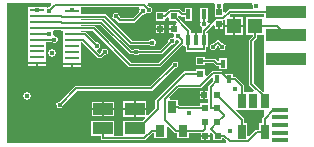
<source format=gbl>
G04 ================== begin FILE IDENTIFICATION RECORD ==================*
G04 Layout Name:  C:/USERS/MSAHADAT3/DROPBOX/GATECH/ETDS_PCB/allegro/ETDS_CHIP_AN.brd*
G04 Film Name:    BOTTOM*
G04 File Format:  Gerber RS274X*
G04 File Origin:  Cadence Allegro 16.6-P004*
G04 Origin Date:  Thu Sep 11 12:01:08 2014*
G04 *
G04 Layer:  VIA CLASS/BOTTOM*
G04 Layer:  PIN/BOTTOM*
G04 Layer:  ETCH/BOTTOM*
G04 *
G04 Offset:    (0.00 0.00)*
G04 Mirror:    No*
G04 Mode:      Positive*
G04 Rotation:  0*
G04 FullContactRelief:  No*
G04 UndefLineWidth:     5.00*
G04 ================== end FILE IDENTIFICATION RECORD ====================*
%FSLAX25Y25*MOIN*%
%IR0*IPPOS*OFA0.00000B0.00000*MIA0B0*SFA1.00000B1.00000*%
%ADD10C,.015*%
%ADD21R,.138X.03937*%
%ADD11R,.05X.01*%
%ADD19R,.05X.05*%
%ADD13R,.0315X.04*%
%ADD16R,.016X.036*%
%ADD20R,.054X.018*%
%ADD14R,.019X.019*%
%ADD17R,.025X.049*%
%ADD15R,.019X.019*%
%ADD18R,.01574X.025*%
%ADD12R,.06693X.04134*%
%ADD22C,.005*%
%ADD23C,.02504*%
%ADD25R,.02904X.02904*%
%ADD24R,.07696X.05138*%
G75*
%LPD*%
G75*
G36*
G01X750901Y1656901D02*
Y1703599D01*
X765271D01*
G02X765553Y1702916I0J-400D01*
G01X765080Y1702442D01*
X764989Y1702449D01*
G03X764126Y1702184I-89J-1249D01*
G02X763802Y1702341I-124J157D01*
G01Y1702368D01*
X761551D01*
G03X760049I-751J-1002D01*
G01X757798D01*
Y1682643D01*
X763802D01*
Y1690770D01*
X765499D01*
G03X766516Y1692773I1001J751D01*
G02X766129Y1693250I5J400D01*
G03X765988Y1694110I-1229J240D01*
G02X766335Y1694708I348J198D01*
G01X768639D01*
X768839Y1694508D01*
X769398D01*
Y1682443D01*
X775402D01*
Y1690570D01*
X775789D01*
X780990Y1685368D01*
X782231D01*
X783120Y1686258D01*
X783211Y1686251D01*
G03X782051Y1687411I89J1249D01*
G01X782058Y1687320D01*
X781610Y1686873D01*
X780835Y1687649D01*
G02X780993Y1688311I283J282D01*
G03X780511Y1690749I-392J1189D01*
G01X780420Y1690742D01*
X777121Y1694042D01*
X775402D01*
Y1694508D01*
X779280D01*
X791439Y1682348D01*
X801961D01*
X809224Y1689611D01*
G02X809907Y1689329I283J-282D01*
G01Y1688998D01*
X810458D01*
Y1687548D01*
X817078D01*
Y1688998D01*
X817629D01*
Y1693602D01*
X817078D01*
Y1694177D01*
X819266Y1696364D01*
G02X819948Y1696081I282J-283D01*
G01Y1695148D01*
X822852D01*
Y1697948D01*
X823348D01*
Y1693048D01*
X829352D01*
Y1699052D01*
X825180D01*
G02X824897Y1699734I0J400D01*
G01X825263Y1700100D01*
X836300D01*
Y1699052D01*
X830398D01*
Y1693048D01*
X832648D01*
Y1692661D01*
X831460Y1691473D01*
Y1676357D01*
X833082Y1674735D01*
G02X832800Y1674052I-282J-283D01*
G01X829852D01*
Y1676332D01*
X827038Y1679146D01*
X826028D01*
Y1680146D01*
X823552D01*
X822552Y1681146D01*
X818956D01*
X817334Y1679524D01*
G02X816652Y1679807I-282J283D01*
G01Y1681652D01*
X813748D01*
Y1680952D01*
X809853D01*
X800194Y1671293D01*
Y1668574D01*
X797856Y1666236D01*
G02X797173Y1666518I-283J282D01*
G01Y1670986D01*
X789477D01*
Y1665848D01*
X796503D01*
G02X796786Y1665166I0J-400D01*
G01X796110Y1664490D01*
X789477D01*
Y1659406D01*
X786543D01*
Y1664490D01*
X778847D01*
Y1659352D01*
X781944D01*
Y1657902D01*
X796868D01*
X799376Y1660410D01*
X799764D01*
Y1658660D01*
X803916D01*
Y1662132D01*
G02X804599Y1662415I400J0D01*
G01X806604Y1660410D01*
X807244D01*
Y1658660D01*
X811396D01*
Y1660410D01*
X815348D01*
Y1657948D01*
X818252D01*
Y1660120D01*
G02X818934Y1660403I400J0D01*
G01X819548Y1659789D01*
Y1657948D01*
X822452D01*
Y1658648D01*
X822839D01*
X823903Y1657584D01*
G02X823621Y1656901I-282J-283D01*
G01X750901D01*
G37*
G36*
G01X792061Y1683852D02*
X779902Y1696010D01*
X775402D01*
Y1696476D01*
X781811D01*
X791639Y1686648D01*
X792899D01*
G03X794901I1001J752D01*
G01X802404D01*
X805420Y1689665D01*
X805511Y1689658D01*
G03X806840Y1691083I89J1249D01*
G02X807324Y1691529I396J56D01*
G03X807689Y1691501I277J1221D01*
G01X807780Y1691508D01*
X808228Y1691059D01*
Y1690741D01*
X801339Y1683852D01*
X792061D01*
G37*
G36*
G01X792261Y1688152D02*
X782433Y1697980D01*
X775402D01*
Y1698446D01*
X783143D01*
X791890Y1689698D01*
X798149D01*
G03Y1691202I1001J752D01*
G01X792512D01*
X783765Y1699948D01*
X775402D01*
Y1702248D01*
X794647D01*
G02X794974Y1701619I0J-400D01*
G03X794751Y1700812I1026J-718D01*
G01X794758Y1700721D01*
X792709Y1698672D01*
X788690D01*
X788242Y1699120D01*
X788249Y1699211D01*
G03X787089Y1698051I-1249J89D01*
G01X787180Y1698058D01*
X788068Y1697170D01*
X793331D01*
X795820Y1699659D01*
X795911Y1699652D01*
G03X797076Y1700260I89J1249D01*
G02X797351Y1700329I172J-102D01*
G03X797911Y1702649I649J1071D01*
G01X797820Y1702642D01*
X797547Y1702916D01*
G02X797829Y1703599I282J283D01*
G01X819825D01*
G02X820206Y1703078I0J-400D01*
G03X820149Y1702663I1194J-375D01*
G02X819948Y1702305I-400J-11D01*
G01Y1699172D01*
X817978Y1697202D01*
G02X817357Y1697270I-283J283D01*
G03X817346Y1697289I-1089J-618D01*
G02X817513Y1697598I167J109D01*
G01X817628D01*
Y1702202D01*
X815026D01*
Y1697598D01*
X815087D01*
G02X815254Y1697289I0J-200D01*
G03X815630Y1695543I1046J-688D01*
G02X815698Y1694922I-215J-338D01*
G01X815576Y1694799D01*
Y1693602D01*
X811960D01*
Y1694702D01*
X807752Y1698911D01*
Y1699329D01*
G02X808434Y1699612I400J0D01*
G01X808898Y1699148D01*
X809908D01*
Y1697598D01*
X812510D01*
Y1702202D01*
X809908D01*
Y1700652D01*
X809520D01*
X808420Y1701752D01*
X804728D01*
X803598Y1700622D01*
X803352Y1700724D01*
Y1700752D01*
X800448D01*
Y1697848D01*
X803352D01*
Y1698548D01*
X803650D01*
X804166Y1699064D01*
G02X804849Y1698781I283J-283D01*
G01Y1697848D01*
X806689D01*
X807303Y1697234D01*
G02X807020Y1696551I-283J-283D01*
G01X804848D01*
Y1693648D01*
X806025D01*
G02X806406Y1693128I0J-400D01*
G03X806360Y1692574I1194J-378D01*
G02X805876Y1692128I-396J-56D01*
G03X804351Y1690818I-276J-1221D01*
G01X804358Y1690727D01*
X801782Y1688152D01*
X794901D01*
G03X792899I-1001J-752D01*
G01X792261D01*
G37*
G36*
G01X808452Y1669552D02*
X808216Y1669788D01*
X807656D01*
Y1671538D01*
X805135D01*
G02X804852Y1672220I0J400D01*
G01X808030Y1675398D01*
X815334D01*
X818833Y1678897D01*
G02X819516Y1678614I283J-283D01*
G01Y1677705D01*
X817898Y1676088D01*
Y1674552D01*
X815048D01*
Y1671648D01*
X817898D01*
Y1670252D01*
X815148D01*
Y1669552D01*
X808452D01*
G37*
G36*
G01X831534Y1659267D02*
G02X830852Y1659550I-282J283D01*
G01Y1663752D01*
X829852D01*
Y1665011D01*
X826924Y1667939D01*
X827089Y1668105D01*
X827120Y1668120D01*
G03X827132Y1668126I-173J360D01*
G01X827176Y1668148D01*
X836300D01*
Y1665983D01*
X835828Y1665511D01*
Y1663752D01*
X834828D01*
Y1661552D01*
X833819D01*
X831534Y1659267D01*
G37*
G36*
G01X835891Y1674052D02*
X832964Y1676979D01*
Y1690851D01*
X834152Y1692039D01*
Y1693048D01*
X836300D01*
Y1674052D01*
X835891D01*
G37*
G36*
G01X822851Y1700780D02*
Y1702305D01*
G02X822651Y1702663I200J347D01*
G03X822594Y1703078I-1251J40D01*
G02X822975Y1703599I381J121D01*
G01X832247D01*
G02X832635Y1703102I0J-400D01*
G03X832753Y1702196I1215J-302D01*
G02X832403Y1701604I-350J-192D01*
G01X824641D01*
X823534Y1700497D01*
G02X822851Y1700780I-283J283D01*
G37*
%LPC*%
G75*
G36*
G01X819589Y1690349D02*
X819680Y1690342D01*
X820569Y1691232D01*
X821431D01*
X822320Y1690342D01*
X822411Y1690349D01*
G02X821251Y1689189I89J-1249D01*
G01X821258Y1689280D01*
X821000Y1689537D01*
X820742Y1689280D01*
X820749Y1689189D01*
G02X819589Y1690349I-1249J-89D01*
G37*
G36*
G01X824060Y1685264D02*
Y1681760D01*
X821484D01*
Y1682760D01*
X820474D01*
X819586Y1683648D01*
X816652D01*
Y1682948D01*
X813748D01*
Y1685852D01*
X816652D01*
Y1685152D01*
X820208D01*
X821096Y1684264D01*
X821484D01*
Y1685264D01*
X824060D01*
G37*
G36*
G01X799211Y1674548D02*
X774211D01*
X769542Y1669880D01*
X769549Y1669789D01*
G02X768389Y1670949I-1249J-89D01*
G01X768480Y1670942D01*
X773589Y1676052D01*
X798589D01*
X805458Y1682920D01*
X805451Y1683011D01*
G02X806611Y1681851I1249J89D01*
G01X806520Y1681858D01*
X799211Y1674548D01*
G37*
G54D23*
X757250Y1672600D03*
X765750Y1687150D03*
G54D25*
X801900Y1695100D03*
G54D24*
X782695Y1668417D03*
%LPD*%
G75*
G54D10*
X752151Y1660000D03*
Y1664550D03*
Y1668650D03*
X752350Y1700650D03*
X752200Y1697150D03*
X755800Y1702349D03*
X772200Y1658151D03*
X767400D03*
X761950D03*
X756600Y1658250D03*
X756800Y1664350D03*
X757250Y1672600D03*
X768300Y1669700D03*
X765750Y1687150D03*
X764900Y1693490D03*
X766500Y1691521D03*
X760800Y1701366D03*
X764900Y1701200D03*
X776350Y1658151D03*
X787500Y1667000D03*
X781900Y1678050D03*
X781750Y1673150D03*
X780600Y1689500D03*
X783300Y1687500D03*
X787000Y1699300D03*
X772350Y1701302D03*
X798650Y1658151D03*
X794500Y1679500D03*
X800000Y1685000D03*
X793900Y1687400D03*
X799150Y1690450D03*
X796000Y1700901D03*
X801550Y1702400D03*
X798000Y1701400D03*
X811350Y1667050D03*
X811850Y1670650D03*
X806700Y1683100D03*
X816300Y1696600D03*
X805600Y1690907D03*
X807600Y1692750D03*
X825200Y1661150D03*
X832200Y1661200D03*
X826900Y1674900D03*
X832750Y1671300D03*
X833900Y1679550D03*
X826850Y1694850D03*
X819500Y1689100D03*
X822500D03*
X821400Y1702700D03*
X833850Y1702800D03*
X830750D03*
X841850Y1657920D03*
G54D20*
D03*
Y1660480D03*
Y1663040D03*
Y1665600D03*
Y1668160D03*
G54D11*
X760800Y1683645D03*
X772400Y1683445D03*
X760800Y1685614D03*
Y1687583D03*
Y1689552D03*
Y1691521D03*
Y1693490D03*
Y1695459D03*
Y1697428D03*
Y1699397D03*
X772400Y1685414D03*
Y1687383D03*
Y1689352D03*
Y1691321D03*
Y1693290D03*
Y1695259D03*
Y1697228D03*
Y1699197D03*
X760800Y1701366D03*
X772400Y1701166D03*
G54D12*
X782695Y1668417D03*
Y1661921D03*
X793325Y1668417D03*
Y1661921D03*
G54D21*
X843900Y1685104D03*
Y1692978D03*
Y1700852D03*
G54D22*
G01X760800Y1682443D02*
Y1683645D01*
G01X757598D02*
X760800D01*
G01D02*
X764002D01*
G01X769198Y1683445D02*
X772400D01*
G01X806700Y1683100D02*
X798900Y1675300D01*
X773900D01*
X768300Y1669700D01*
G01X772400Y1697228D02*
X769150D01*
X768950Y1697428D01*
X760800D01*
G01Y1693490D02*
X764900D01*
G01X772400Y1695259D02*
X769150D01*
X768950Y1695459D01*
X760800D01*
G01X772400Y1699197D02*
X769150D01*
X768950Y1699397D01*
X760800D01*
G01Y1691521D02*
X766500D01*
G01X798000Y1701400D02*
X796400Y1703000D01*
X766700D01*
X764900Y1701200D01*
G01X782695Y1665648D02*
Y1668417D01*
G01D02*
Y1671186D01*
G01X778646Y1668417D02*
X782695D01*
G01D02*
X786744D01*
G01X782695Y1661921D02*
Y1658654D01*
X796557D01*
X799065Y1661162D01*
X801840D01*
G01X772400Y1682243D02*
Y1683445D01*
G01D02*
X775602D01*
G01X793900Y1687400D02*
X791950D01*
X782122Y1697228D01*
X772400D01*
G01X807600Y1692750D02*
X808980Y1691370D01*
Y1690430D01*
X801650Y1683100D01*
X791750D01*
X779591Y1695259D01*
X772400D01*
G01X780600Y1689500D02*
X776810Y1693290D01*
X772400D01*
G01X799150Y1690450D02*
X792201D01*
X783454Y1699197D01*
X772400D01*
G01X783300Y1687500D02*
X781920Y1686120D01*
X781301D01*
X776100Y1691321D01*
X772400D01*
G01X796000Y1700901D02*
X793020Y1697921D01*
X788379D01*
X787000Y1699300D01*
G01X772350Y1701302D02*
Y1701216D01*
X772400Y1701166D01*
G01X793325Y1665648D02*
Y1668417D01*
G01D02*
Y1671186D01*
G01X789276Y1668417D02*
X793325D01*
G01D02*
X797374D01*
G01X793325Y1661921D02*
X794604D01*
X800946Y1668263D01*
Y1670982D01*
X810164Y1680200D01*
X815200D01*
G01X801900Y1693448D02*
Y1695100D01*
G01D02*
Y1696752D01*
G01X800248Y1695100D02*
X801900D01*
G01D02*
X803552D01*
G01X811209Y1699900D02*
X809209D01*
X808109Y1701000D01*
X805039D01*
X803339Y1699300D01*
X801900D01*
G01X805600Y1690907D02*
X802093Y1687400D01*
X793900D01*
G01X821000Y1659400D02*
X818749Y1661651D01*
Y1661849D01*
X820900Y1664000D01*
G01X816800Y1657748D02*
Y1659400D01*
G01X815148D02*
X816800D01*
G01D02*
X818452D01*
G01X809320Y1661162D02*
X816012D01*
X816700Y1661850D01*
Y1664000D01*
G01X824740Y1678394D02*
X824241D01*
X822241Y1680394D01*
X819267D01*
X815023Y1676150D01*
X807719D01*
X803255Y1671686D01*
Y1664822D01*
X806915Y1661162D01*
X809320D01*
G01X820804Y1678394D02*
Y1677931D01*
X818650Y1675777D01*
Y1668800D01*
X820800D01*
G01X816500Y1671448D02*
Y1673100D01*
G01D02*
Y1674752D01*
G01X814848Y1673100D02*
X816500D01*
G01X805580Y1669036D02*
X807905D01*
X808141Y1668800D01*
X816600D01*
G01X822772Y1683512D02*
X820785D01*
X819897Y1684400D01*
X815200D01*
G01X843900Y1700852D02*
X824952D01*
X822800Y1698700D01*
X820539D01*
X816327Y1694488D01*
Y1691300D01*
G01X811209D02*
Y1694391D01*
X806300Y1699300D01*
G01X816327Y1691300D02*
Y1688300D01*
X811209D01*
Y1691300D01*
G01X816300Y1696600D02*
X816327Y1696627D01*
Y1699900D01*
G01X813768Y1695332D02*
Y1691300D01*
G01X806300Y1695100D02*
Y1696752D01*
G01X804648Y1695100D02*
X806300D01*
G01X821000Y1659400D02*
X823150D01*
X824950Y1657600D01*
X830930D01*
X834130Y1660800D01*
X836580D01*
G01X820800Y1668800D02*
X823051Y1666549D01*
Y1666151D01*
X820900Y1664000D01*
G01X829100Y1660800D02*
Y1664700D01*
X820700Y1673100D01*
G01X832840Y1669900D02*
Y1671100D01*
G01D02*
Y1671210D01*
G01X836580Y1671100D02*
Y1672300D01*
X832212Y1676668D01*
Y1691162D01*
X833400Y1692350D01*
Y1696050D01*
G01X829100Y1671100D02*
Y1676021D01*
X826727Y1678394D01*
X824740D01*
G01X821400Y1694948D02*
Y1696600D01*
G01D02*
X823052D01*
G01X826350Y1692848D02*
Y1696050D01*
G01D02*
Y1699252D01*
G01X823148Y1696050D02*
X826350D01*
G01D02*
X829552D01*
G01X843900Y1692978D02*
X840828Y1696050D01*
X833400D01*
G01X819500Y1689100D02*
X820880Y1690480D01*
X821120D01*
X822500Y1689100D01*
G01X821400Y1700800D02*
Y1702700D01*
G01X841850Y1668160D02*
X839540D01*
X836580Y1665200D01*
Y1660800D01*
G54D13*
X801840Y1661162D03*
X805580Y1669036D03*
X809320Y1661162D03*
G54D14*
X801900Y1695100D03*
Y1699300D03*
X815200Y1684400D03*
Y1680200D03*
X806300Y1695100D03*
Y1699300D03*
X821400Y1696600D03*
Y1700800D03*
G54D15*
X816600Y1668800D03*
X816700Y1664000D03*
X816800Y1659400D03*
X816500Y1673100D03*
X820800Y1668800D03*
X820900Y1664000D03*
X821000Y1659400D03*
X820700Y1673100D03*
G54D16*
X816327Y1699900D03*
X811209D03*
Y1691300D03*
X813768D03*
X816327D03*
G54D17*
X829100Y1660800D03*
X832840Y1671100D03*
X829100D03*
X836580Y1660800D03*
Y1671100D03*
G54D18*
X822772Y1683512D03*
X820804Y1678394D03*
X824740D03*
G54D19*
X833400Y1696050D03*
X826350D03*
M02*

</source>
